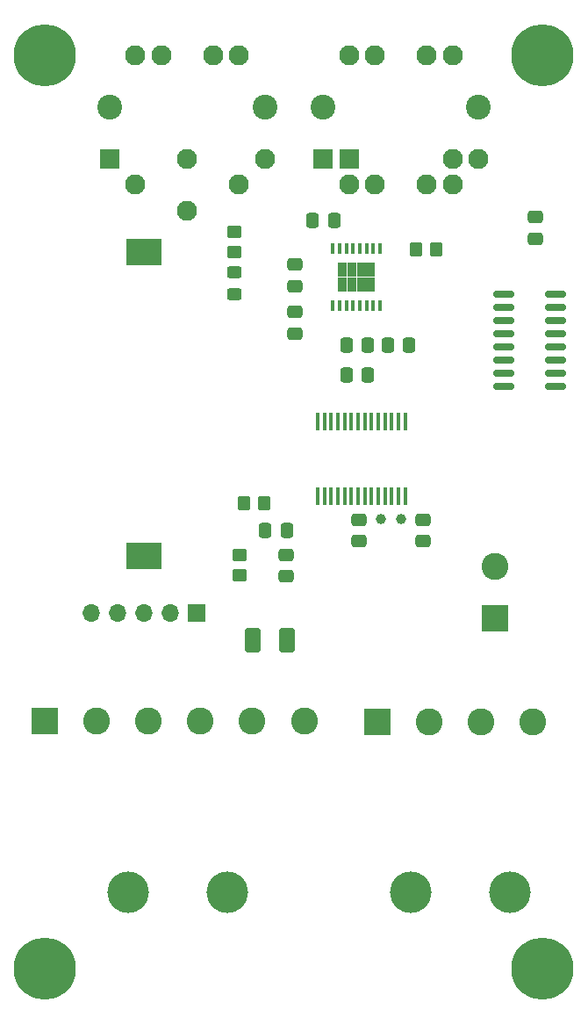
<source format=gbr>
%TF.GenerationSoftware,KiCad,Pcbnew,6.0.10-86aedd382b~118~ubuntu20.04.1*%
%TF.CreationDate,2023-03-12T18:50:46-04:00*%
%TF.ProjectId,coco_serial_rtc,636f636f-5f73-4657-9269-616c5f727463,1.0.0*%
%TF.SameCoordinates,Original*%
%TF.FileFunction,Soldermask,Top*%
%TF.FilePolarity,Negative*%
%FSLAX46Y46*%
G04 Gerber Fmt 4.6, Leading zero omitted, Abs format (unit mm)*
G04 Created by KiCad (PCBNEW 6.0.10-86aedd382b~118~ubuntu20.04.1) date 2023-03-12 18:50:46*
%MOMM*%
%LPD*%
G01*
G04 APERTURE LIST*
G04 Aperture macros list*
%AMRoundRect*
0 Rectangle with rounded corners*
0 $1 Rounding radius*
0 $2 $3 $4 $5 $6 $7 $8 $9 X,Y pos of 4 corners*
0 Add a 4 corners polygon primitive as box body*
4,1,4,$2,$3,$4,$5,$6,$7,$8,$9,$2,$3,0*
0 Add four circle primitives for the rounded corners*
1,1,$1+$1,$2,$3*
1,1,$1+$1,$4,$5*
1,1,$1+$1,$6,$7*
1,1,$1+$1,$8,$9*
0 Add four rect primitives between the rounded corners*
20,1,$1+$1,$2,$3,$4,$5,0*
20,1,$1+$1,$4,$5,$6,$7,0*
20,1,$1+$1,$6,$7,$8,$9,0*
20,1,$1+$1,$8,$9,$2,$3,0*%
G04 Aperture macros list end*
%ADD10C,1.950000*%
%ADD11R,1.950000X1.950000*%
%ADD12C,2.400000*%
%ADD13C,6.000000*%
%ADD14R,2.600000X2.600000*%
%ADD15C,2.600000*%
%ADD16RoundRect,0.250001X-0.499999X-0.924999X0.499999X-0.924999X0.499999X0.924999X-0.499999X0.924999X0*%
%ADD17RoundRect,0.250000X-0.337500X-0.475000X0.337500X-0.475000X0.337500X0.475000X-0.337500X0.475000X0*%
%ADD18RoundRect,0.250000X0.475000X-0.337500X0.475000X0.337500X-0.475000X0.337500X-0.475000X-0.337500X0*%
%ADD19R,1.700000X1.700000*%
%ADD20O,1.700000X1.700000*%
%ADD21R,3.510000X2.540000*%
%ADD22RoundRect,0.250000X-0.350000X-0.450000X0.350000X-0.450000X0.350000X0.450000X-0.350000X0.450000X0*%
%ADD23RoundRect,0.250000X0.337500X0.475000X-0.337500X0.475000X-0.337500X-0.475000X0.337500X-0.475000X0*%
%ADD24RoundRect,0.150000X-0.825000X-0.150000X0.825000X-0.150000X0.825000X0.150000X-0.825000X0.150000X0*%
%ADD25RoundRect,0.250000X-0.475000X0.337500X-0.475000X-0.337500X0.475000X-0.337500X0.475000X0.337500X0*%
%ADD26C,4.000000*%
%ADD27RoundRect,0.250000X0.350000X0.450000X-0.350000X0.450000X-0.350000X-0.450000X0.350000X-0.450000X0*%
%ADD28R,0.450000X1.750000*%
%ADD29R,0.450000X1.050000*%
%ADD30R,0.895000X1.470000*%
%ADD31RoundRect,0.250000X-0.450000X0.325000X-0.450000X-0.325000X0.450000X-0.325000X0.450000X0.325000X0*%
%ADD32C,1.000000*%
%ADD33RoundRect,0.250000X0.450000X-0.350000X0.450000X0.350000X-0.450000X0.350000X-0.450000X-0.350000X0*%
%ADD34RoundRect,0.250000X-0.450000X0.350000X-0.450000X-0.350000X0.450000X-0.350000X0.450000X0.350000X0*%
G04 APERTURE END LIST*
D10*
%TO.C,J4*%
X122575000Y-54250000D03*
X125075000Y-54250000D03*
X132575000Y-54250000D03*
X130075000Y-54250000D03*
X127575000Y-69250000D03*
X135075000Y-64250000D03*
X132575000Y-66750000D03*
X127575000Y-64250000D03*
X122575000Y-66750000D03*
D11*
X120075000Y-64250000D03*
D12*
X135075000Y-59250000D03*
X120075000Y-59250000D03*
%TD*%
D13*
%TO.C,H8*%
X161860000Y-142325000D03*
%TD*%
%TO.C,H7*%
X113860000Y-142325000D03*
%TD*%
%TO.C,H6*%
X161860000Y-54325000D03*
%TD*%
%TO.C,H5*%
X113860000Y-54325000D03*
%TD*%
D14*
%TO.C,J3*%
X145920000Y-118530000D03*
D15*
X150920000Y-118530000D03*
X155920000Y-118530000D03*
X160920000Y-118530000D03*
%TD*%
D16*
%TO.C,C12*%
X133930000Y-110660000D03*
X137180000Y-110660000D03*
%TD*%
D17*
%TO.C,C10*%
X146902500Y-82190000D03*
X148977500Y-82190000D03*
%TD*%
D14*
%TO.C,J6*%
X157275000Y-108560000D03*
D15*
X157275000Y-103560000D03*
%TD*%
D18*
%TO.C,C2*%
X137140000Y-104497500D03*
X137140000Y-102422500D03*
%TD*%
D19*
%TO.C,J1*%
X128500000Y-108060000D03*
D20*
X125960000Y-108060000D03*
X123420000Y-108060000D03*
X120880000Y-108060000D03*
X118340000Y-108060000D03*
%TD*%
D21*
%TO.C,BT1*%
X123380000Y-102590000D03*
X123380000Y-73230000D03*
%TD*%
D22*
%TO.C,R2*%
X133020000Y-97480000D03*
X135020000Y-97480000D03*
%TD*%
D23*
%TO.C,C1*%
X145017500Y-85130000D03*
X142942500Y-85130000D03*
%TD*%
D24*
%TO.C,U3*%
X158115000Y-77325000D03*
X158115000Y-78595000D03*
X158115000Y-79865000D03*
X158115000Y-81135000D03*
X158115000Y-82405000D03*
X158115000Y-83675000D03*
X158115000Y-84945000D03*
X158115000Y-86215000D03*
X163065000Y-86215000D03*
X163065000Y-84945000D03*
X163065000Y-83675000D03*
X163065000Y-82405000D03*
X163065000Y-81135000D03*
X163065000Y-79865000D03*
X163065000Y-78595000D03*
X163065000Y-77325000D03*
%TD*%
D25*
%TO.C,C9*%
X137990000Y-79012500D03*
X137990000Y-81087500D03*
%TD*%
D26*
%TO.C,H1*%
X121830000Y-135000000D03*
%TD*%
D27*
%TO.C,R4*%
X151620000Y-73030000D03*
X149620000Y-73030000D03*
%TD*%
D28*
%TO.C,U1*%
X140145000Y-96810000D03*
X140795000Y-96810000D03*
X141445000Y-96810000D03*
X142095000Y-96810000D03*
X142745000Y-96810000D03*
X143395000Y-96810000D03*
X144045000Y-96810000D03*
X144695000Y-96810000D03*
X145345000Y-96810000D03*
X145995000Y-96810000D03*
X146645000Y-96810000D03*
X147295000Y-96810000D03*
X147945000Y-96810000D03*
X148595000Y-96810000D03*
X148595000Y-89610000D03*
X147945000Y-89610000D03*
X147295000Y-89610000D03*
X146645000Y-89610000D03*
X145995000Y-89610000D03*
X145345000Y-89610000D03*
X144695000Y-89610000D03*
X144045000Y-89610000D03*
X143395000Y-89610000D03*
X142745000Y-89610000D03*
X142095000Y-89610000D03*
X141445000Y-89610000D03*
X140795000Y-89610000D03*
X140145000Y-89610000D03*
%TD*%
D29*
%TO.C,U2*%
X141635000Y-78435000D03*
X142285000Y-78435000D03*
X142935000Y-78435000D03*
X143585000Y-78435000D03*
X144235000Y-78435000D03*
X144885000Y-78435000D03*
X145535000Y-78435000D03*
X146185000Y-78435000D03*
X146185000Y-72885000D03*
X145535000Y-72885000D03*
X144885000Y-72885000D03*
X144235000Y-72885000D03*
X143585000Y-72885000D03*
X142935000Y-72885000D03*
X142285000Y-72885000D03*
X141635000Y-72885000D03*
D30*
X142567500Y-76395000D03*
X144357500Y-76395000D03*
X143462500Y-76395000D03*
X144357500Y-74925000D03*
X145252500Y-74925000D03*
X142567500Y-74925000D03*
X143462500Y-74925000D03*
X145252500Y-76395000D03*
%TD*%
D17*
%TO.C,C8*%
X142942500Y-82190000D03*
X145017500Y-82190000D03*
%TD*%
%TO.C,C3*%
X135102500Y-100110000D03*
X137177500Y-100110000D03*
%TD*%
D26*
%TO.C,H3*%
X158710000Y-135000000D03*
%TD*%
D31*
%TO.C,D1*%
X132135000Y-75235000D03*
X132135000Y-77285000D03*
%TD*%
D10*
%TO.C,J5*%
X143175000Y-54250000D03*
X145675000Y-54250000D03*
X153175000Y-54250000D03*
X150675000Y-54250000D03*
X153175000Y-64250000D03*
X155675000Y-64250000D03*
X150675000Y-66750000D03*
X153175000Y-66750000D03*
X143175000Y-66750000D03*
X145675000Y-66750000D03*
D11*
X143175000Y-64250000D03*
X140675000Y-64250000D03*
D12*
X155675000Y-59250000D03*
X140675000Y-59250000D03*
%TD*%
D14*
%TO.C,J2*%
X113851000Y-118465000D03*
D15*
X118851000Y-118465000D03*
X123851000Y-118465000D03*
X128851000Y-118465000D03*
X133851000Y-118465000D03*
X138851000Y-118465000D03*
%TD*%
D32*
%TO.C,Y1*%
X146290000Y-99030000D03*
X148190000Y-99030000D03*
%TD*%
D23*
%TO.C,C7*%
X141737500Y-70180000D03*
X139662500Y-70180000D03*
%TD*%
D33*
%TO.C,R1*%
X132090000Y-73290000D03*
X132090000Y-71290000D03*
%TD*%
D34*
%TO.C,R3*%
X132610000Y-102430000D03*
X132610000Y-104430000D03*
%TD*%
D26*
%TO.C,H2*%
X131470000Y-135000000D03*
%TD*%
%TO.C,H4*%
X149160000Y-135000000D03*
%TD*%
D18*
%TO.C,C4*%
X144140000Y-101147500D03*
X144140000Y-99072500D03*
%TD*%
%TO.C,C11*%
X161140000Y-71977500D03*
X161140000Y-69902500D03*
%TD*%
%TO.C,C6*%
X137990000Y-76537500D03*
X137990000Y-74462500D03*
%TD*%
%TO.C,C5*%
X150340000Y-101147500D03*
X150340000Y-99072500D03*
%TD*%
M02*

</source>
